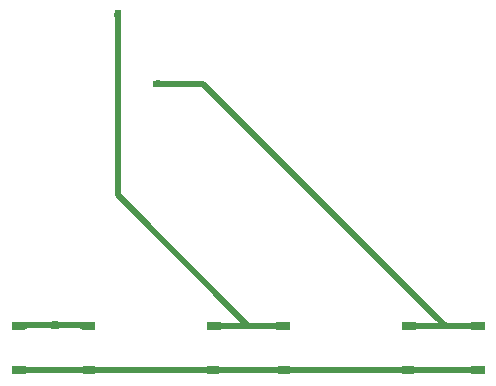
<source format=gbr>
%TF.GenerationSoftware,KiCad,Pcbnew,8.0.6*%
%TF.CreationDate,2024-12-04T16:57:49-05:00*%
%TF.ProjectId,Laser,4c617365-722e-46b6-9963-61645f706362,rev?*%
%TF.SameCoordinates,Original*%
%TF.FileFunction,Copper,L2,Bot*%
%TF.FilePolarity,Positive*%
%FSLAX46Y46*%
G04 Gerber Fmt 4.6, Leading zero omitted, Abs format (unit mm)*
G04 Created by KiCad (PCBNEW 8.0.6) date 2024-12-04 16:57:49*
%MOMM*%
%LPD*%
G01*
G04 APERTURE LIST*
%TA.AperFunction,SMDPad,CuDef*%
%ADD10R,1.000000X0.700000*%
%TD*%
%TA.AperFunction,ViaPad*%
%ADD11C,0.609600*%
%TD*%
%TA.AperFunction,Conductor*%
%ADD12C,0.508000*%
%TD*%
G04 APERTURE END LIST*
D10*
%TO.P,SW3,1,1*%
%TO.N,Net-(R3-Pad2)*%
X113490000Y-145650000D03*
X107490000Y-145650000D03*
%TO.P,SW3,2,2*%
%TO.N,Net-(BT1--)*%
X113490000Y-149350000D03*
X107490000Y-149350000D03*
%TD*%
%TO.P,SW1,1,1*%
%TO.N,Net-(R1-Pad2)*%
X146510000Y-145650000D03*
X140510000Y-145650000D03*
%TO.P,SW1,2,2*%
%TO.N,Net-(BT1--)*%
X146510000Y-149350000D03*
X140510000Y-149350000D03*
%TD*%
%TO.P,SW2,1,1*%
%TO.N,Net-(R2-Pad2)*%
X130000000Y-145650000D03*
X124000000Y-145650000D03*
%TO.P,SW2,2,2*%
%TO.N,Net-(BT1--)*%
X130000000Y-149350000D03*
X124000000Y-149350000D03*
%TD*%
D11*
%TO.N,Net-(BT1--)*%
X126600000Y-149400000D03*
%TO.N,Net-(R1-Pad2)*%
X119233071Y-125123650D03*
%TO.N,Net-(R2-Pad2)*%
X115941800Y-119157256D03*
%TO.N,Net-(R3-Pad2)*%
X110628741Y-145572873D03*
%TD*%
D12*
%TO.N,Net-(BT1--)*%
X107500000Y-149350000D02*
X146510000Y-149350000D01*
%TO.N,Net-(R1-Pad2)*%
X119233071Y-125123650D02*
X123181714Y-125123650D01*
X123181714Y-125123650D02*
X142904857Y-144846793D01*
X140510000Y-145650000D02*
X146510000Y-145650000D01*
X142904857Y-144849037D02*
X142931770Y-144875950D01*
X143725778Y-145669958D02*
X143752027Y-145669958D01*
X142931770Y-144875950D02*
X143725778Y-145669958D01*
X142904857Y-144846793D02*
X142904857Y-144849037D01*
%TO.N,Net-(R2-Pad2)*%
X130000000Y-145650000D02*
X124000000Y-145650000D01*
X115941800Y-119157256D02*
X115941800Y-134547533D01*
X115941800Y-134547533D02*
X127018168Y-145623901D01*
%TO.N,Net-(R3-Pad2)*%
X107567127Y-145572873D02*
X107490000Y-145650000D01*
X110628741Y-145572873D02*
X107567127Y-145572873D01*
X113412873Y-145572873D02*
X113490000Y-145650000D01*
X110628741Y-145572873D02*
X113412873Y-145572873D01*
%TD*%
%TA.AperFunction,Conductor*%
%TO.N,Net-(BT1--)*%
G36*
X146013589Y-149002568D02*
G01*
X146014500Y-149003144D01*
X146497271Y-149340409D01*
X146502090Y-149347956D01*
X146500161Y-149356701D01*
X146497270Y-149359591D01*
X146014499Y-149696855D01*
X146005755Y-149698784D01*
X146004704Y-149698547D01*
X145668605Y-149606360D01*
X145661533Y-149600867D01*
X145660000Y-149595077D01*
X145660000Y-149104922D01*
X145663427Y-149096649D01*
X145668602Y-149093640D01*
X146004705Y-149001452D01*
X146013589Y-149002568D01*
G37*
%TD.AperFunction*%
%TD*%
%TA.AperFunction,Conductor*%
%TO.N,Net-(BT1--)*%
G36*
X107995287Y-149001450D02*
G01*
X108331396Y-149093640D01*
X108338467Y-149099132D01*
X108340000Y-149104922D01*
X108340000Y-149595077D01*
X108336573Y-149603350D01*
X108331395Y-149606360D01*
X107995295Y-149698547D01*
X107986410Y-149697431D01*
X107985500Y-149696855D01*
X107502729Y-149359591D01*
X107497909Y-149352044D01*
X107499838Y-149343300D01*
X107502726Y-149340410D01*
X107985499Y-149003143D01*
X107994244Y-149001215D01*
X107995287Y-149001450D01*
G37*
%TD.AperFunction*%
%TD*%
%TA.AperFunction,Conductor*%
%TO.N,Net-(BT1--)*%
G36*
X126584751Y-149100614D02*
G01*
X126589804Y-149108007D01*
X126590054Y-149110411D01*
X126590054Y-149315439D01*
X126586627Y-149323712D01*
X126578354Y-149327139D01*
X126570081Y-149323712D01*
X126567558Y-149319949D01*
X126488811Y-149131455D01*
X126488784Y-149122500D01*
X126495097Y-149116149D01*
X126497203Y-149115495D01*
X126521417Y-149110411D01*
X126575950Y-149098961D01*
X126584751Y-149100614D01*
G37*
%TD.AperFunction*%
%TD*%
%TA.AperFunction,Conductor*%
%TO.N,Net-(R1-Pad2)*%
G36*
X119245688Y-124819901D02*
G01*
X119831943Y-124868756D01*
X119839903Y-124872858D01*
X119842671Y-124880416D01*
X119842671Y-125366884D01*
X119839244Y-125375157D01*
X119831943Y-125378544D01*
X119245701Y-125427397D01*
X119237171Y-125424669D01*
X119233069Y-125416709D01*
X119233029Y-125415775D01*
X119232071Y-125123726D01*
X119232071Y-125123650D01*
X119232869Y-124880416D01*
X119233029Y-124831522D01*
X119236483Y-124823262D01*
X119244767Y-124819862D01*
X119245688Y-124819901D01*
G37*
%TD.AperFunction*%
%TD*%
%TA.AperFunction,Conductor*%
%TO.N,Net-(R1-Pad2)*%
G36*
X141015287Y-145301450D02*
G01*
X141351396Y-145393640D01*
X141358467Y-145399132D01*
X141360000Y-145404922D01*
X141360000Y-145895077D01*
X141356573Y-145903350D01*
X141351395Y-145906360D01*
X141015295Y-145998547D01*
X141006410Y-145997431D01*
X141005500Y-145996855D01*
X140522729Y-145659591D01*
X140517909Y-145652044D01*
X140519838Y-145643300D01*
X140522726Y-145640410D01*
X141005499Y-145303143D01*
X141014244Y-145301215D01*
X141015287Y-145301450D01*
G37*
%TD.AperFunction*%
%TD*%
%TA.AperFunction,Conductor*%
%TO.N,Net-(R1-Pad2)*%
G36*
X146013589Y-145302568D02*
G01*
X146014500Y-145303144D01*
X146497271Y-145640409D01*
X146502090Y-145647956D01*
X146500161Y-145656701D01*
X146497270Y-145659591D01*
X146014499Y-145996855D01*
X146005755Y-145998784D01*
X146004704Y-145998547D01*
X145668605Y-145906360D01*
X145661533Y-145900867D01*
X145660000Y-145895077D01*
X145660000Y-145404922D01*
X145663427Y-145396649D01*
X145668602Y-145393640D01*
X146004705Y-145301452D01*
X146013589Y-145302568D01*
G37*
%TD.AperFunction*%
%TD*%
%TA.AperFunction,Conductor*%
%TO.N,Net-(R2-Pad2)*%
G36*
X129503589Y-145302568D02*
G01*
X129504500Y-145303144D01*
X129987271Y-145640409D01*
X129992090Y-145647956D01*
X129990161Y-145656701D01*
X129987270Y-145659591D01*
X129504499Y-145996855D01*
X129495755Y-145998784D01*
X129494704Y-145998547D01*
X129158605Y-145906360D01*
X129151533Y-145900867D01*
X129150000Y-145895077D01*
X129150000Y-145404922D01*
X129153427Y-145396649D01*
X129158602Y-145393640D01*
X129494705Y-145301452D01*
X129503589Y-145302568D01*
G37*
%TD.AperFunction*%
%TD*%
%TA.AperFunction,Conductor*%
%TO.N,Net-(R2-Pad2)*%
G36*
X124505287Y-145301450D02*
G01*
X124841396Y-145393640D01*
X124848467Y-145399132D01*
X124850000Y-145404922D01*
X124850000Y-145895077D01*
X124846573Y-145903350D01*
X124841395Y-145906360D01*
X124505295Y-145998547D01*
X124496410Y-145997431D01*
X124495500Y-145996855D01*
X124012729Y-145659591D01*
X124007909Y-145652044D01*
X124009838Y-145643300D01*
X124012726Y-145640410D01*
X124495499Y-145303143D01*
X124504244Y-145301215D01*
X124505287Y-145301450D01*
G37*
%TD.AperFunction*%
%TD*%
%TA.AperFunction,Conductor*%
%TO.N,Net-(R2-Pad2)*%
G36*
X116233926Y-119157214D02*
G01*
X116242187Y-119160668D01*
X116245587Y-119168952D01*
X116245547Y-119169886D01*
X116196694Y-119756128D01*
X116192592Y-119764088D01*
X116185034Y-119766856D01*
X115698566Y-119766856D01*
X115690293Y-119763429D01*
X115686906Y-119756128D01*
X115638052Y-119169886D01*
X115640780Y-119161356D01*
X115648740Y-119157254D01*
X115649663Y-119157214D01*
X115941800Y-119156256D01*
X116233926Y-119157214D01*
G37*
%TD.AperFunction*%
%TD*%
%TA.AperFunction,Conductor*%
%TO.N,Net-(R3-Pad2)*%
G36*
X108328930Y-145318276D02*
G01*
X108337007Y-145322143D01*
X108340000Y-145329959D01*
X108340000Y-145818718D01*
X108336573Y-145826991D01*
X108332350Y-145829695D01*
X107995314Y-145954066D01*
X107986367Y-145953715D01*
X107985165Y-145953074D01*
X107504271Y-145659328D01*
X107498997Y-145652091D01*
X107500385Y-145643244D01*
X107503669Y-145639752D01*
X107986695Y-145302308D01*
X107994024Y-145300217D01*
X108328930Y-145318276D01*
G37*
%TD.AperFunction*%
%TD*%
%TA.AperFunction,Conductor*%
%TO.N,Net-(R3-Pad2)*%
G36*
X110624640Y-145271853D02*
G01*
X110628742Y-145279813D01*
X110628782Y-145280747D01*
X110629741Y-145572873D01*
X110629741Y-145572949D01*
X110628782Y-145864998D01*
X110625328Y-145873260D01*
X110617044Y-145876660D01*
X110616110Y-145876620D01*
X110029869Y-145827767D01*
X110021909Y-145823665D01*
X110019141Y-145816107D01*
X110019141Y-145329639D01*
X110022568Y-145321366D01*
X110029869Y-145317979D01*
X110616111Y-145269125D01*
X110624640Y-145271853D01*
G37*
%TD.AperFunction*%
%TD*%
%TA.AperFunction,Conductor*%
%TO.N,Net-(R3-Pad2)*%
G36*
X112993305Y-145302309D02*
G01*
X113476330Y-145639752D01*
X113481149Y-145647299D01*
X113479220Y-145656044D01*
X113475728Y-145659328D01*
X112994834Y-145953074D01*
X112985987Y-145954462D01*
X112984685Y-145954065D01*
X112647650Y-145829694D01*
X112641074Y-145823615D01*
X112640000Y-145818718D01*
X112640000Y-145329959D01*
X112643427Y-145321686D01*
X112651069Y-145318276D01*
X112985974Y-145300217D01*
X112993305Y-145302309D01*
G37*
%TD.AperFunction*%
%TD*%
%TA.AperFunction,Conductor*%
%TO.N,Net-(R3-Pad2)*%
G36*
X110641358Y-145269124D02*
G01*
X111227613Y-145317979D01*
X111235573Y-145322081D01*
X111238341Y-145329639D01*
X111238341Y-145816107D01*
X111234914Y-145824380D01*
X111227613Y-145827767D01*
X110641371Y-145876620D01*
X110632841Y-145873892D01*
X110628739Y-145865932D01*
X110628699Y-145864998D01*
X110627741Y-145572949D01*
X110627741Y-145572873D01*
X110628539Y-145329639D01*
X110628699Y-145280745D01*
X110632153Y-145272485D01*
X110640437Y-145269085D01*
X110641358Y-145269124D01*
G37*
%TD.AperFunction*%
%TD*%
M02*

</source>
